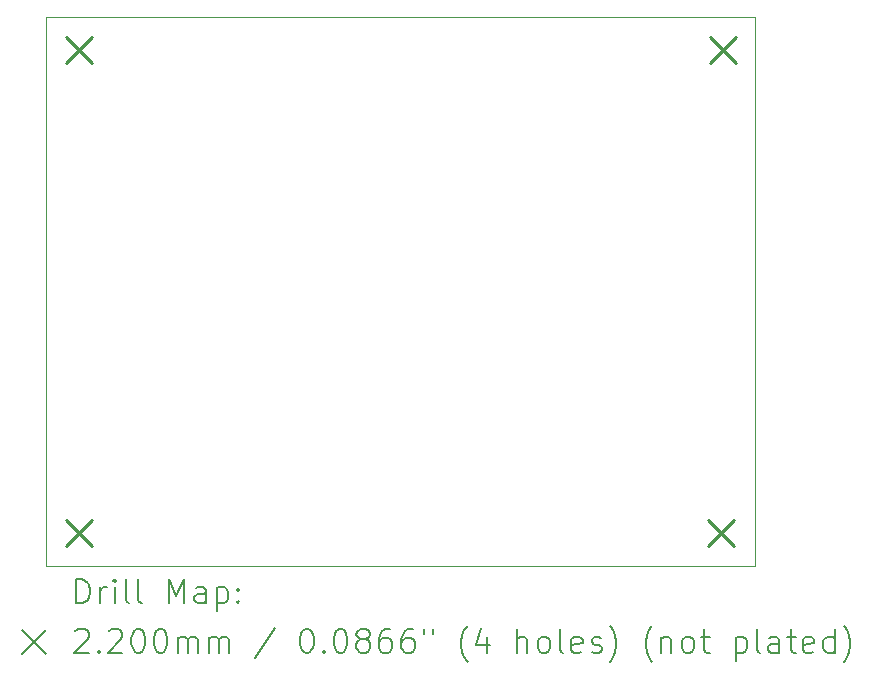
<source format=gbr>
%TF.GenerationSoftware,KiCad,Pcbnew,8.0.0*%
%TF.CreationDate,2024-09-20T11:38:57+02:00*%
%TF.ProjectId,counter-timer,636f756e-7465-4722-9d74-696d65722e6b,rev?*%
%TF.SameCoordinates,Original*%
%TF.FileFunction,Drillmap*%
%TF.FilePolarity,Positive*%
%FSLAX45Y45*%
G04 Gerber Fmt 4.5, Leading zero omitted, Abs format (unit mm)*
G04 Created by KiCad (PCBNEW 8.0.0) date 2024-09-20 11:38:57*
%MOMM*%
%LPD*%
G01*
G04 APERTURE LIST*
%ADD10C,0.050000*%
%ADD11C,0.200000*%
%ADD12C,0.220000*%
G04 APERTURE END LIST*
D10*
X4350000Y-2350000D02*
X10350000Y-2350000D01*
X10350000Y-7000000D01*
X4350000Y-7000000D01*
X4350000Y-2350000D01*
D11*
D12*
X4520000Y-2520000D02*
X4740000Y-2740000D01*
X4740000Y-2520000D02*
X4520000Y-2740000D01*
X4520000Y-6610000D02*
X4740000Y-6830000D01*
X4740000Y-6610000D02*
X4520000Y-6830000D01*
X9960000Y-6610000D02*
X10180000Y-6830000D01*
X10180000Y-6610000D02*
X9960000Y-6830000D01*
X9970000Y-2520000D02*
X10190000Y-2740000D01*
X10190000Y-2520000D02*
X9970000Y-2740000D01*
D11*
X4608277Y-7313984D02*
X4608277Y-7113984D01*
X4608277Y-7113984D02*
X4655896Y-7113984D01*
X4655896Y-7113984D02*
X4684467Y-7123508D01*
X4684467Y-7123508D02*
X4703515Y-7142555D01*
X4703515Y-7142555D02*
X4713039Y-7161603D01*
X4713039Y-7161603D02*
X4722563Y-7199698D01*
X4722563Y-7199698D02*
X4722563Y-7228269D01*
X4722563Y-7228269D02*
X4713039Y-7266365D01*
X4713039Y-7266365D02*
X4703515Y-7285412D01*
X4703515Y-7285412D02*
X4684467Y-7304460D01*
X4684467Y-7304460D02*
X4655896Y-7313984D01*
X4655896Y-7313984D02*
X4608277Y-7313984D01*
X4808277Y-7313984D02*
X4808277Y-7180650D01*
X4808277Y-7218746D02*
X4817801Y-7199698D01*
X4817801Y-7199698D02*
X4827324Y-7190174D01*
X4827324Y-7190174D02*
X4846372Y-7180650D01*
X4846372Y-7180650D02*
X4865420Y-7180650D01*
X4932086Y-7313984D02*
X4932086Y-7180650D01*
X4932086Y-7113984D02*
X4922563Y-7123508D01*
X4922563Y-7123508D02*
X4932086Y-7133031D01*
X4932086Y-7133031D02*
X4941610Y-7123508D01*
X4941610Y-7123508D02*
X4932086Y-7113984D01*
X4932086Y-7113984D02*
X4932086Y-7133031D01*
X5055896Y-7313984D02*
X5036848Y-7304460D01*
X5036848Y-7304460D02*
X5027324Y-7285412D01*
X5027324Y-7285412D02*
X5027324Y-7113984D01*
X5160658Y-7313984D02*
X5141610Y-7304460D01*
X5141610Y-7304460D02*
X5132086Y-7285412D01*
X5132086Y-7285412D02*
X5132086Y-7113984D01*
X5389229Y-7313984D02*
X5389229Y-7113984D01*
X5389229Y-7113984D02*
X5455896Y-7256841D01*
X5455896Y-7256841D02*
X5522563Y-7113984D01*
X5522563Y-7113984D02*
X5522563Y-7313984D01*
X5703515Y-7313984D02*
X5703515Y-7209222D01*
X5703515Y-7209222D02*
X5693991Y-7190174D01*
X5693991Y-7190174D02*
X5674943Y-7180650D01*
X5674943Y-7180650D02*
X5636848Y-7180650D01*
X5636848Y-7180650D02*
X5617801Y-7190174D01*
X5703515Y-7304460D02*
X5684467Y-7313984D01*
X5684467Y-7313984D02*
X5636848Y-7313984D01*
X5636848Y-7313984D02*
X5617801Y-7304460D01*
X5617801Y-7304460D02*
X5608277Y-7285412D01*
X5608277Y-7285412D02*
X5608277Y-7266365D01*
X5608277Y-7266365D02*
X5617801Y-7247317D01*
X5617801Y-7247317D02*
X5636848Y-7237793D01*
X5636848Y-7237793D02*
X5684467Y-7237793D01*
X5684467Y-7237793D02*
X5703515Y-7228269D01*
X5798753Y-7180650D02*
X5798753Y-7380650D01*
X5798753Y-7190174D02*
X5817801Y-7180650D01*
X5817801Y-7180650D02*
X5855896Y-7180650D01*
X5855896Y-7180650D02*
X5874943Y-7190174D01*
X5874943Y-7190174D02*
X5884467Y-7199698D01*
X5884467Y-7199698D02*
X5893991Y-7218746D01*
X5893991Y-7218746D02*
X5893991Y-7275888D01*
X5893991Y-7275888D02*
X5884467Y-7294936D01*
X5884467Y-7294936D02*
X5874943Y-7304460D01*
X5874943Y-7304460D02*
X5855896Y-7313984D01*
X5855896Y-7313984D02*
X5817801Y-7313984D01*
X5817801Y-7313984D02*
X5798753Y-7304460D01*
X5979705Y-7294936D02*
X5989229Y-7304460D01*
X5989229Y-7304460D02*
X5979705Y-7313984D01*
X5979705Y-7313984D02*
X5970182Y-7304460D01*
X5970182Y-7304460D02*
X5979705Y-7294936D01*
X5979705Y-7294936D02*
X5979705Y-7313984D01*
X5979705Y-7190174D02*
X5989229Y-7199698D01*
X5989229Y-7199698D02*
X5979705Y-7209222D01*
X5979705Y-7209222D02*
X5970182Y-7199698D01*
X5970182Y-7199698D02*
X5979705Y-7190174D01*
X5979705Y-7190174D02*
X5979705Y-7209222D01*
X4147500Y-7542500D02*
X4347500Y-7742500D01*
X4347500Y-7542500D02*
X4147500Y-7742500D01*
X4598753Y-7553031D02*
X4608277Y-7543508D01*
X4608277Y-7543508D02*
X4627324Y-7533984D01*
X4627324Y-7533984D02*
X4674944Y-7533984D01*
X4674944Y-7533984D02*
X4693991Y-7543508D01*
X4693991Y-7543508D02*
X4703515Y-7553031D01*
X4703515Y-7553031D02*
X4713039Y-7572079D01*
X4713039Y-7572079D02*
X4713039Y-7591127D01*
X4713039Y-7591127D02*
X4703515Y-7619698D01*
X4703515Y-7619698D02*
X4589229Y-7733984D01*
X4589229Y-7733984D02*
X4713039Y-7733984D01*
X4798753Y-7714936D02*
X4808277Y-7724460D01*
X4808277Y-7724460D02*
X4798753Y-7733984D01*
X4798753Y-7733984D02*
X4789229Y-7724460D01*
X4789229Y-7724460D02*
X4798753Y-7714936D01*
X4798753Y-7714936D02*
X4798753Y-7733984D01*
X4884467Y-7553031D02*
X4893991Y-7543508D01*
X4893991Y-7543508D02*
X4913039Y-7533984D01*
X4913039Y-7533984D02*
X4960658Y-7533984D01*
X4960658Y-7533984D02*
X4979705Y-7543508D01*
X4979705Y-7543508D02*
X4989229Y-7553031D01*
X4989229Y-7553031D02*
X4998753Y-7572079D01*
X4998753Y-7572079D02*
X4998753Y-7591127D01*
X4998753Y-7591127D02*
X4989229Y-7619698D01*
X4989229Y-7619698D02*
X4874944Y-7733984D01*
X4874944Y-7733984D02*
X4998753Y-7733984D01*
X5122563Y-7533984D02*
X5141610Y-7533984D01*
X5141610Y-7533984D02*
X5160658Y-7543508D01*
X5160658Y-7543508D02*
X5170182Y-7553031D01*
X5170182Y-7553031D02*
X5179705Y-7572079D01*
X5179705Y-7572079D02*
X5189229Y-7610174D01*
X5189229Y-7610174D02*
X5189229Y-7657793D01*
X5189229Y-7657793D02*
X5179705Y-7695888D01*
X5179705Y-7695888D02*
X5170182Y-7714936D01*
X5170182Y-7714936D02*
X5160658Y-7724460D01*
X5160658Y-7724460D02*
X5141610Y-7733984D01*
X5141610Y-7733984D02*
X5122563Y-7733984D01*
X5122563Y-7733984D02*
X5103515Y-7724460D01*
X5103515Y-7724460D02*
X5093991Y-7714936D01*
X5093991Y-7714936D02*
X5084467Y-7695888D01*
X5084467Y-7695888D02*
X5074944Y-7657793D01*
X5074944Y-7657793D02*
X5074944Y-7610174D01*
X5074944Y-7610174D02*
X5084467Y-7572079D01*
X5084467Y-7572079D02*
X5093991Y-7553031D01*
X5093991Y-7553031D02*
X5103515Y-7543508D01*
X5103515Y-7543508D02*
X5122563Y-7533984D01*
X5313039Y-7533984D02*
X5332086Y-7533984D01*
X5332086Y-7533984D02*
X5351134Y-7543508D01*
X5351134Y-7543508D02*
X5360658Y-7553031D01*
X5360658Y-7553031D02*
X5370182Y-7572079D01*
X5370182Y-7572079D02*
X5379705Y-7610174D01*
X5379705Y-7610174D02*
X5379705Y-7657793D01*
X5379705Y-7657793D02*
X5370182Y-7695888D01*
X5370182Y-7695888D02*
X5360658Y-7714936D01*
X5360658Y-7714936D02*
X5351134Y-7724460D01*
X5351134Y-7724460D02*
X5332086Y-7733984D01*
X5332086Y-7733984D02*
X5313039Y-7733984D01*
X5313039Y-7733984D02*
X5293991Y-7724460D01*
X5293991Y-7724460D02*
X5284467Y-7714936D01*
X5284467Y-7714936D02*
X5274944Y-7695888D01*
X5274944Y-7695888D02*
X5265420Y-7657793D01*
X5265420Y-7657793D02*
X5265420Y-7610174D01*
X5265420Y-7610174D02*
X5274944Y-7572079D01*
X5274944Y-7572079D02*
X5284467Y-7553031D01*
X5284467Y-7553031D02*
X5293991Y-7543508D01*
X5293991Y-7543508D02*
X5313039Y-7533984D01*
X5465420Y-7733984D02*
X5465420Y-7600650D01*
X5465420Y-7619698D02*
X5474944Y-7610174D01*
X5474944Y-7610174D02*
X5493991Y-7600650D01*
X5493991Y-7600650D02*
X5522563Y-7600650D01*
X5522563Y-7600650D02*
X5541610Y-7610174D01*
X5541610Y-7610174D02*
X5551134Y-7629222D01*
X5551134Y-7629222D02*
X5551134Y-7733984D01*
X5551134Y-7629222D02*
X5560658Y-7610174D01*
X5560658Y-7610174D02*
X5579705Y-7600650D01*
X5579705Y-7600650D02*
X5608277Y-7600650D01*
X5608277Y-7600650D02*
X5627324Y-7610174D01*
X5627324Y-7610174D02*
X5636848Y-7629222D01*
X5636848Y-7629222D02*
X5636848Y-7733984D01*
X5732086Y-7733984D02*
X5732086Y-7600650D01*
X5732086Y-7619698D02*
X5741610Y-7610174D01*
X5741610Y-7610174D02*
X5760658Y-7600650D01*
X5760658Y-7600650D02*
X5789229Y-7600650D01*
X5789229Y-7600650D02*
X5808277Y-7610174D01*
X5808277Y-7610174D02*
X5817801Y-7629222D01*
X5817801Y-7629222D02*
X5817801Y-7733984D01*
X5817801Y-7629222D02*
X5827324Y-7610174D01*
X5827324Y-7610174D02*
X5846372Y-7600650D01*
X5846372Y-7600650D02*
X5874943Y-7600650D01*
X5874943Y-7600650D02*
X5893991Y-7610174D01*
X5893991Y-7610174D02*
X5903515Y-7629222D01*
X5903515Y-7629222D02*
X5903515Y-7733984D01*
X6293991Y-7524460D02*
X6122563Y-7781603D01*
X6551134Y-7533984D02*
X6570182Y-7533984D01*
X6570182Y-7533984D02*
X6589229Y-7543508D01*
X6589229Y-7543508D02*
X6598753Y-7553031D01*
X6598753Y-7553031D02*
X6608277Y-7572079D01*
X6608277Y-7572079D02*
X6617801Y-7610174D01*
X6617801Y-7610174D02*
X6617801Y-7657793D01*
X6617801Y-7657793D02*
X6608277Y-7695888D01*
X6608277Y-7695888D02*
X6598753Y-7714936D01*
X6598753Y-7714936D02*
X6589229Y-7724460D01*
X6589229Y-7724460D02*
X6570182Y-7733984D01*
X6570182Y-7733984D02*
X6551134Y-7733984D01*
X6551134Y-7733984D02*
X6532086Y-7724460D01*
X6532086Y-7724460D02*
X6522563Y-7714936D01*
X6522563Y-7714936D02*
X6513039Y-7695888D01*
X6513039Y-7695888D02*
X6503515Y-7657793D01*
X6503515Y-7657793D02*
X6503515Y-7610174D01*
X6503515Y-7610174D02*
X6513039Y-7572079D01*
X6513039Y-7572079D02*
X6522563Y-7553031D01*
X6522563Y-7553031D02*
X6532086Y-7543508D01*
X6532086Y-7543508D02*
X6551134Y-7533984D01*
X6703515Y-7714936D02*
X6713039Y-7724460D01*
X6713039Y-7724460D02*
X6703515Y-7733984D01*
X6703515Y-7733984D02*
X6693991Y-7724460D01*
X6693991Y-7724460D02*
X6703515Y-7714936D01*
X6703515Y-7714936D02*
X6703515Y-7733984D01*
X6836848Y-7533984D02*
X6855896Y-7533984D01*
X6855896Y-7533984D02*
X6874944Y-7543508D01*
X6874944Y-7543508D02*
X6884467Y-7553031D01*
X6884467Y-7553031D02*
X6893991Y-7572079D01*
X6893991Y-7572079D02*
X6903515Y-7610174D01*
X6903515Y-7610174D02*
X6903515Y-7657793D01*
X6903515Y-7657793D02*
X6893991Y-7695888D01*
X6893991Y-7695888D02*
X6884467Y-7714936D01*
X6884467Y-7714936D02*
X6874944Y-7724460D01*
X6874944Y-7724460D02*
X6855896Y-7733984D01*
X6855896Y-7733984D02*
X6836848Y-7733984D01*
X6836848Y-7733984D02*
X6817801Y-7724460D01*
X6817801Y-7724460D02*
X6808277Y-7714936D01*
X6808277Y-7714936D02*
X6798753Y-7695888D01*
X6798753Y-7695888D02*
X6789229Y-7657793D01*
X6789229Y-7657793D02*
X6789229Y-7610174D01*
X6789229Y-7610174D02*
X6798753Y-7572079D01*
X6798753Y-7572079D02*
X6808277Y-7553031D01*
X6808277Y-7553031D02*
X6817801Y-7543508D01*
X6817801Y-7543508D02*
X6836848Y-7533984D01*
X7017801Y-7619698D02*
X6998753Y-7610174D01*
X6998753Y-7610174D02*
X6989229Y-7600650D01*
X6989229Y-7600650D02*
X6979706Y-7581603D01*
X6979706Y-7581603D02*
X6979706Y-7572079D01*
X6979706Y-7572079D02*
X6989229Y-7553031D01*
X6989229Y-7553031D02*
X6998753Y-7543508D01*
X6998753Y-7543508D02*
X7017801Y-7533984D01*
X7017801Y-7533984D02*
X7055896Y-7533984D01*
X7055896Y-7533984D02*
X7074944Y-7543508D01*
X7074944Y-7543508D02*
X7084467Y-7553031D01*
X7084467Y-7553031D02*
X7093991Y-7572079D01*
X7093991Y-7572079D02*
X7093991Y-7581603D01*
X7093991Y-7581603D02*
X7084467Y-7600650D01*
X7084467Y-7600650D02*
X7074944Y-7610174D01*
X7074944Y-7610174D02*
X7055896Y-7619698D01*
X7055896Y-7619698D02*
X7017801Y-7619698D01*
X7017801Y-7619698D02*
X6998753Y-7629222D01*
X6998753Y-7629222D02*
X6989229Y-7638746D01*
X6989229Y-7638746D02*
X6979706Y-7657793D01*
X6979706Y-7657793D02*
X6979706Y-7695888D01*
X6979706Y-7695888D02*
X6989229Y-7714936D01*
X6989229Y-7714936D02*
X6998753Y-7724460D01*
X6998753Y-7724460D02*
X7017801Y-7733984D01*
X7017801Y-7733984D02*
X7055896Y-7733984D01*
X7055896Y-7733984D02*
X7074944Y-7724460D01*
X7074944Y-7724460D02*
X7084467Y-7714936D01*
X7084467Y-7714936D02*
X7093991Y-7695888D01*
X7093991Y-7695888D02*
X7093991Y-7657793D01*
X7093991Y-7657793D02*
X7084467Y-7638746D01*
X7084467Y-7638746D02*
X7074944Y-7629222D01*
X7074944Y-7629222D02*
X7055896Y-7619698D01*
X7265420Y-7533984D02*
X7227325Y-7533984D01*
X7227325Y-7533984D02*
X7208277Y-7543508D01*
X7208277Y-7543508D02*
X7198753Y-7553031D01*
X7198753Y-7553031D02*
X7179706Y-7581603D01*
X7179706Y-7581603D02*
X7170182Y-7619698D01*
X7170182Y-7619698D02*
X7170182Y-7695888D01*
X7170182Y-7695888D02*
X7179706Y-7714936D01*
X7179706Y-7714936D02*
X7189229Y-7724460D01*
X7189229Y-7724460D02*
X7208277Y-7733984D01*
X7208277Y-7733984D02*
X7246372Y-7733984D01*
X7246372Y-7733984D02*
X7265420Y-7724460D01*
X7265420Y-7724460D02*
X7274944Y-7714936D01*
X7274944Y-7714936D02*
X7284467Y-7695888D01*
X7284467Y-7695888D02*
X7284467Y-7648269D01*
X7284467Y-7648269D02*
X7274944Y-7629222D01*
X7274944Y-7629222D02*
X7265420Y-7619698D01*
X7265420Y-7619698D02*
X7246372Y-7610174D01*
X7246372Y-7610174D02*
X7208277Y-7610174D01*
X7208277Y-7610174D02*
X7189229Y-7619698D01*
X7189229Y-7619698D02*
X7179706Y-7629222D01*
X7179706Y-7629222D02*
X7170182Y-7648269D01*
X7455896Y-7533984D02*
X7417801Y-7533984D01*
X7417801Y-7533984D02*
X7398753Y-7543508D01*
X7398753Y-7543508D02*
X7389229Y-7553031D01*
X7389229Y-7553031D02*
X7370182Y-7581603D01*
X7370182Y-7581603D02*
X7360658Y-7619698D01*
X7360658Y-7619698D02*
X7360658Y-7695888D01*
X7360658Y-7695888D02*
X7370182Y-7714936D01*
X7370182Y-7714936D02*
X7379706Y-7724460D01*
X7379706Y-7724460D02*
X7398753Y-7733984D01*
X7398753Y-7733984D02*
X7436848Y-7733984D01*
X7436848Y-7733984D02*
X7455896Y-7724460D01*
X7455896Y-7724460D02*
X7465420Y-7714936D01*
X7465420Y-7714936D02*
X7474944Y-7695888D01*
X7474944Y-7695888D02*
X7474944Y-7648269D01*
X7474944Y-7648269D02*
X7465420Y-7629222D01*
X7465420Y-7629222D02*
X7455896Y-7619698D01*
X7455896Y-7619698D02*
X7436848Y-7610174D01*
X7436848Y-7610174D02*
X7398753Y-7610174D01*
X7398753Y-7610174D02*
X7379706Y-7619698D01*
X7379706Y-7619698D02*
X7370182Y-7629222D01*
X7370182Y-7629222D02*
X7360658Y-7648269D01*
X7551134Y-7533984D02*
X7551134Y-7572079D01*
X7627325Y-7533984D02*
X7627325Y-7572079D01*
X7922563Y-7810174D02*
X7913039Y-7800650D01*
X7913039Y-7800650D02*
X7893991Y-7772079D01*
X7893991Y-7772079D02*
X7884468Y-7753031D01*
X7884468Y-7753031D02*
X7874944Y-7724460D01*
X7874944Y-7724460D02*
X7865420Y-7676841D01*
X7865420Y-7676841D02*
X7865420Y-7638746D01*
X7865420Y-7638746D02*
X7874944Y-7591127D01*
X7874944Y-7591127D02*
X7884468Y-7562555D01*
X7884468Y-7562555D02*
X7893991Y-7543508D01*
X7893991Y-7543508D02*
X7913039Y-7514936D01*
X7913039Y-7514936D02*
X7922563Y-7505412D01*
X8084468Y-7600650D02*
X8084468Y-7733984D01*
X8036848Y-7524460D02*
X7989229Y-7667317D01*
X7989229Y-7667317D02*
X8113039Y-7667317D01*
X8341610Y-7733984D02*
X8341610Y-7533984D01*
X8427325Y-7733984D02*
X8427325Y-7629222D01*
X8427325Y-7629222D02*
X8417801Y-7610174D01*
X8417801Y-7610174D02*
X8398753Y-7600650D01*
X8398753Y-7600650D02*
X8370182Y-7600650D01*
X8370182Y-7600650D02*
X8351134Y-7610174D01*
X8351134Y-7610174D02*
X8341610Y-7619698D01*
X8551134Y-7733984D02*
X8532087Y-7724460D01*
X8532087Y-7724460D02*
X8522563Y-7714936D01*
X8522563Y-7714936D02*
X8513039Y-7695888D01*
X8513039Y-7695888D02*
X8513039Y-7638746D01*
X8513039Y-7638746D02*
X8522563Y-7619698D01*
X8522563Y-7619698D02*
X8532087Y-7610174D01*
X8532087Y-7610174D02*
X8551134Y-7600650D01*
X8551134Y-7600650D02*
X8579706Y-7600650D01*
X8579706Y-7600650D02*
X8598753Y-7610174D01*
X8598753Y-7610174D02*
X8608277Y-7619698D01*
X8608277Y-7619698D02*
X8617801Y-7638746D01*
X8617801Y-7638746D02*
X8617801Y-7695888D01*
X8617801Y-7695888D02*
X8608277Y-7714936D01*
X8608277Y-7714936D02*
X8598753Y-7724460D01*
X8598753Y-7724460D02*
X8579706Y-7733984D01*
X8579706Y-7733984D02*
X8551134Y-7733984D01*
X8732087Y-7733984D02*
X8713039Y-7724460D01*
X8713039Y-7724460D02*
X8703515Y-7705412D01*
X8703515Y-7705412D02*
X8703515Y-7533984D01*
X8884468Y-7724460D02*
X8865420Y-7733984D01*
X8865420Y-7733984D02*
X8827325Y-7733984D01*
X8827325Y-7733984D02*
X8808277Y-7724460D01*
X8808277Y-7724460D02*
X8798753Y-7705412D01*
X8798753Y-7705412D02*
X8798753Y-7629222D01*
X8798753Y-7629222D02*
X8808277Y-7610174D01*
X8808277Y-7610174D02*
X8827325Y-7600650D01*
X8827325Y-7600650D02*
X8865420Y-7600650D01*
X8865420Y-7600650D02*
X8884468Y-7610174D01*
X8884468Y-7610174D02*
X8893992Y-7629222D01*
X8893992Y-7629222D02*
X8893992Y-7648269D01*
X8893992Y-7648269D02*
X8798753Y-7667317D01*
X8970182Y-7724460D02*
X8989230Y-7733984D01*
X8989230Y-7733984D02*
X9027325Y-7733984D01*
X9027325Y-7733984D02*
X9046373Y-7724460D01*
X9046373Y-7724460D02*
X9055896Y-7705412D01*
X9055896Y-7705412D02*
X9055896Y-7695888D01*
X9055896Y-7695888D02*
X9046373Y-7676841D01*
X9046373Y-7676841D02*
X9027325Y-7667317D01*
X9027325Y-7667317D02*
X8998753Y-7667317D01*
X8998753Y-7667317D02*
X8979706Y-7657793D01*
X8979706Y-7657793D02*
X8970182Y-7638746D01*
X8970182Y-7638746D02*
X8970182Y-7629222D01*
X8970182Y-7629222D02*
X8979706Y-7610174D01*
X8979706Y-7610174D02*
X8998753Y-7600650D01*
X8998753Y-7600650D02*
X9027325Y-7600650D01*
X9027325Y-7600650D02*
X9046373Y-7610174D01*
X9122563Y-7810174D02*
X9132087Y-7800650D01*
X9132087Y-7800650D02*
X9151134Y-7772079D01*
X9151134Y-7772079D02*
X9160658Y-7753031D01*
X9160658Y-7753031D02*
X9170182Y-7724460D01*
X9170182Y-7724460D02*
X9179706Y-7676841D01*
X9179706Y-7676841D02*
X9179706Y-7638746D01*
X9179706Y-7638746D02*
X9170182Y-7591127D01*
X9170182Y-7591127D02*
X9160658Y-7562555D01*
X9160658Y-7562555D02*
X9151134Y-7543508D01*
X9151134Y-7543508D02*
X9132087Y-7514936D01*
X9132087Y-7514936D02*
X9122563Y-7505412D01*
X9484468Y-7810174D02*
X9474944Y-7800650D01*
X9474944Y-7800650D02*
X9455896Y-7772079D01*
X9455896Y-7772079D02*
X9446373Y-7753031D01*
X9446373Y-7753031D02*
X9436849Y-7724460D01*
X9436849Y-7724460D02*
X9427325Y-7676841D01*
X9427325Y-7676841D02*
X9427325Y-7638746D01*
X9427325Y-7638746D02*
X9436849Y-7591127D01*
X9436849Y-7591127D02*
X9446373Y-7562555D01*
X9446373Y-7562555D02*
X9455896Y-7543508D01*
X9455896Y-7543508D02*
X9474944Y-7514936D01*
X9474944Y-7514936D02*
X9484468Y-7505412D01*
X9560658Y-7600650D02*
X9560658Y-7733984D01*
X9560658Y-7619698D02*
X9570182Y-7610174D01*
X9570182Y-7610174D02*
X9589230Y-7600650D01*
X9589230Y-7600650D02*
X9617801Y-7600650D01*
X9617801Y-7600650D02*
X9636849Y-7610174D01*
X9636849Y-7610174D02*
X9646373Y-7629222D01*
X9646373Y-7629222D02*
X9646373Y-7733984D01*
X9770182Y-7733984D02*
X9751134Y-7724460D01*
X9751134Y-7724460D02*
X9741611Y-7714936D01*
X9741611Y-7714936D02*
X9732087Y-7695888D01*
X9732087Y-7695888D02*
X9732087Y-7638746D01*
X9732087Y-7638746D02*
X9741611Y-7619698D01*
X9741611Y-7619698D02*
X9751134Y-7610174D01*
X9751134Y-7610174D02*
X9770182Y-7600650D01*
X9770182Y-7600650D02*
X9798754Y-7600650D01*
X9798754Y-7600650D02*
X9817801Y-7610174D01*
X9817801Y-7610174D02*
X9827325Y-7619698D01*
X9827325Y-7619698D02*
X9836849Y-7638746D01*
X9836849Y-7638746D02*
X9836849Y-7695888D01*
X9836849Y-7695888D02*
X9827325Y-7714936D01*
X9827325Y-7714936D02*
X9817801Y-7724460D01*
X9817801Y-7724460D02*
X9798754Y-7733984D01*
X9798754Y-7733984D02*
X9770182Y-7733984D01*
X9893992Y-7600650D02*
X9970182Y-7600650D01*
X9922563Y-7533984D02*
X9922563Y-7705412D01*
X9922563Y-7705412D02*
X9932087Y-7724460D01*
X9932087Y-7724460D02*
X9951134Y-7733984D01*
X9951134Y-7733984D02*
X9970182Y-7733984D01*
X10189230Y-7600650D02*
X10189230Y-7800650D01*
X10189230Y-7610174D02*
X10208277Y-7600650D01*
X10208277Y-7600650D02*
X10246373Y-7600650D01*
X10246373Y-7600650D02*
X10265420Y-7610174D01*
X10265420Y-7610174D02*
X10274944Y-7619698D01*
X10274944Y-7619698D02*
X10284468Y-7638746D01*
X10284468Y-7638746D02*
X10284468Y-7695888D01*
X10284468Y-7695888D02*
X10274944Y-7714936D01*
X10274944Y-7714936D02*
X10265420Y-7724460D01*
X10265420Y-7724460D02*
X10246373Y-7733984D01*
X10246373Y-7733984D02*
X10208277Y-7733984D01*
X10208277Y-7733984D02*
X10189230Y-7724460D01*
X10398754Y-7733984D02*
X10379706Y-7724460D01*
X10379706Y-7724460D02*
X10370182Y-7705412D01*
X10370182Y-7705412D02*
X10370182Y-7533984D01*
X10560658Y-7733984D02*
X10560658Y-7629222D01*
X10560658Y-7629222D02*
X10551135Y-7610174D01*
X10551135Y-7610174D02*
X10532087Y-7600650D01*
X10532087Y-7600650D02*
X10493992Y-7600650D01*
X10493992Y-7600650D02*
X10474944Y-7610174D01*
X10560658Y-7724460D02*
X10541611Y-7733984D01*
X10541611Y-7733984D02*
X10493992Y-7733984D01*
X10493992Y-7733984D02*
X10474944Y-7724460D01*
X10474944Y-7724460D02*
X10465420Y-7705412D01*
X10465420Y-7705412D02*
X10465420Y-7686365D01*
X10465420Y-7686365D02*
X10474944Y-7667317D01*
X10474944Y-7667317D02*
X10493992Y-7657793D01*
X10493992Y-7657793D02*
X10541611Y-7657793D01*
X10541611Y-7657793D02*
X10560658Y-7648269D01*
X10627325Y-7600650D02*
X10703515Y-7600650D01*
X10655896Y-7533984D02*
X10655896Y-7705412D01*
X10655896Y-7705412D02*
X10665420Y-7724460D01*
X10665420Y-7724460D02*
X10684468Y-7733984D01*
X10684468Y-7733984D02*
X10703515Y-7733984D01*
X10846373Y-7724460D02*
X10827325Y-7733984D01*
X10827325Y-7733984D02*
X10789230Y-7733984D01*
X10789230Y-7733984D02*
X10770182Y-7724460D01*
X10770182Y-7724460D02*
X10760658Y-7705412D01*
X10760658Y-7705412D02*
X10760658Y-7629222D01*
X10760658Y-7629222D02*
X10770182Y-7610174D01*
X10770182Y-7610174D02*
X10789230Y-7600650D01*
X10789230Y-7600650D02*
X10827325Y-7600650D01*
X10827325Y-7600650D02*
X10846373Y-7610174D01*
X10846373Y-7610174D02*
X10855896Y-7629222D01*
X10855896Y-7629222D02*
X10855896Y-7648269D01*
X10855896Y-7648269D02*
X10760658Y-7667317D01*
X11027325Y-7733984D02*
X11027325Y-7533984D01*
X11027325Y-7724460D02*
X11008277Y-7733984D01*
X11008277Y-7733984D02*
X10970182Y-7733984D01*
X10970182Y-7733984D02*
X10951135Y-7724460D01*
X10951135Y-7724460D02*
X10941611Y-7714936D01*
X10941611Y-7714936D02*
X10932087Y-7695888D01*
X10932087Y-7695888D02*
X10932087Y-7638746D01*
X10932087Y-7638746D02*
X10941611Y-7619698D01*
X10941611Y-7619698D02*
X10951135Y-7610174D01*
X10951135Y-7610174D02*
X10970182Y-7600650D01*
X10970182Y-7600650D02*
X11008277Y-7600650D01*
X11008277Y-7600650D02*
X11027325Y-7610174D01*
X11103516Y-7810174D02*
X11113039Y-7800650D01*
X11113039Y-7800650D02*
X11132087Y-7772079D01*
X11132087Y-7772079D02*
X11141611Y-7753031D01*
X11141611Y-7753031D02*
X11151135Y-7724460D01*
X11151135Y-7724460D02*
X11160658Y-7676841D01*
X11160658Y-7676841D02*
X11160658Y-7638746D01*
X11160658Y-7638746D02*
X11151135Y-7591127D01*
X11151135Y-7591127D02*
X11141611Y-7562555D01*
X11141611Y-7562555D02*
X11132087Y-7543508D01*
X11132087Y-7543508D02*
X11113039Y-7514936D01*
X11113039Y-7514936D02*
X11103516Y-7505412D01*
M02*

</source>
